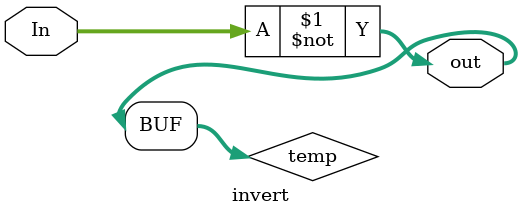
<source format=v>
`timescale 1ns / 1ps


module invert(out, In);
    input [15:0] In;
    output [15:0] out;
    
    wire [15:0] temp = ~In;
    assign out = temp;
endmodule

</source>
